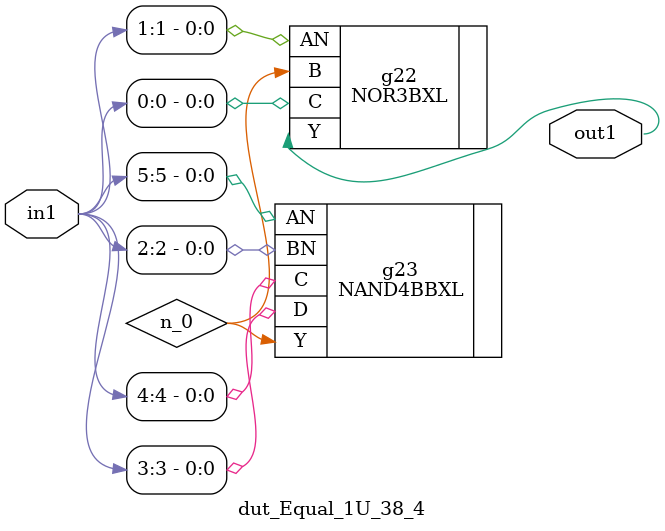
<source format=v>
`timescale 1ps / 1ps


module dut_Equal_1U_38_4(in1, out1);
  input [5:0] in1;
  output out1;
  wire [5:0] in1;
  wire out1;
  wire n_0;
  NOR3BXL g22(.AN (in1[1]), .B (n_0), .C (in1[0]), .Y (out1));
  NAND4BBXL g23(.AN (in1[5]), .BN (in1[2]), .C (in1[4]), .D (in1[3]),
       .Y (n_0));
endmodule



</source>
